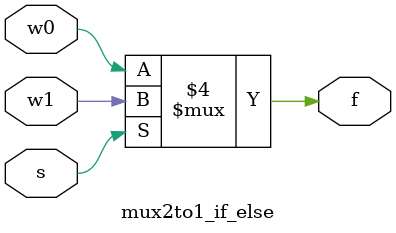
<source format=v>
module mux2to1_if_else(w0, w1, s, f);
    input w0, w1, s;
    output f;
    reg f;

    always@(w0 or w1 or s)
        if (s == 0) f = w0;
        else f = w1;
    
endmodule
</source>
